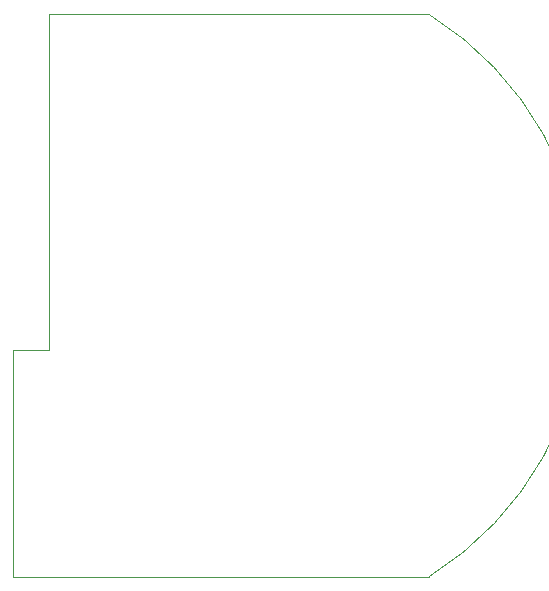
<source format=gbr>
%TF.GenerationSoftware,KiCad,Pcbnew,(5.1.10)-1*%
%TF.CreationDate,2022-05-30T19:02:36+03:00*%
%TF.ProjectId,night-light,6e696768-742d-46c6-9967-68742e6b6963,rev?*%
%TF.SameCoordinates,Original*%
%TF.FileFunction,Profile,NP*%
%FSLAX46Y46*%
G04 Gerber Fmt 4.6, Leading zero omitted, Abs format (unit mm)*
G04 Created by KiCad (PCBNEW (5.1.10)-1) date 2022-05-30 19:02:36*
%MOMM*%
%LPD*%
G01*
G04 APERTURE LIST*
%TA.AperFunction,Profile*%
%ADD10C,0.050000*%
%TD*%
G04 APERTURE END LIST*
D10*
X18800000Y-65200000D02*
X19000000Y-65200000D01*
X18800000Y-46000000D02*
X18800000Y-65200000D01*
X21800000Y-46000000D02*
X18800000Y-46000000D01*
X21800000Y-17600000D02*
X21800000Y-46000000D01*
X21800000Y-17600000D02*
X54000000Y-17600000D01*
X54000000Y-65200000D02*
X19000000Y-65200000D01*
X54000000Y-17600000D02*
G75*
G02*
X54000000Y-65200000I-14800000J-23800000D01*
G01*
M02*

</source>
